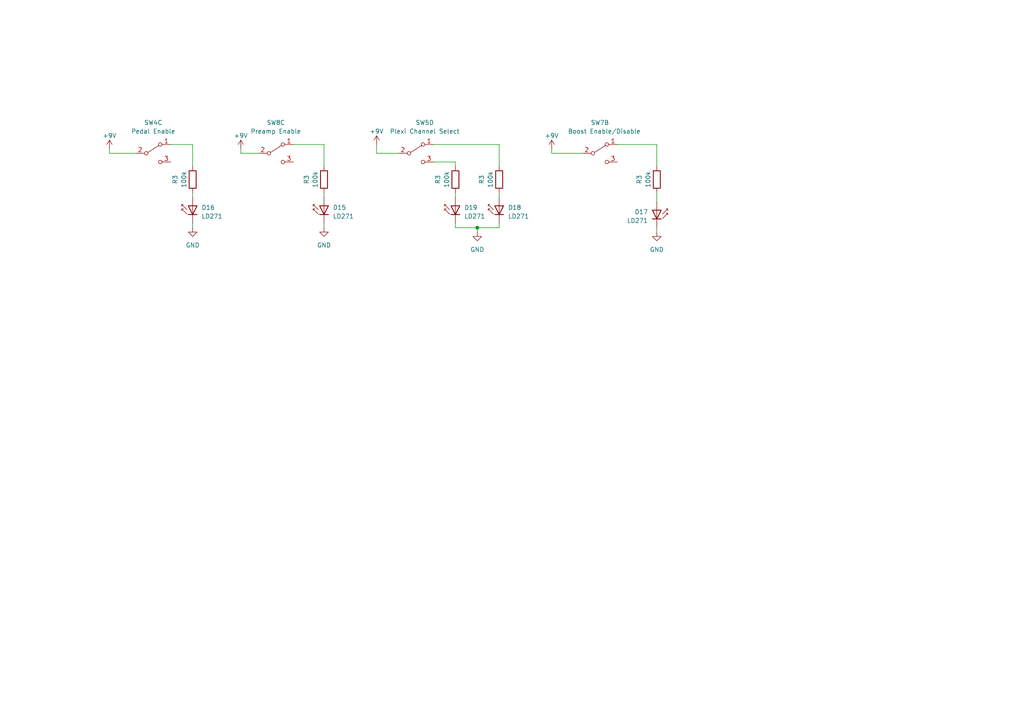
<source format=kicad_sch>
(kicad_sch (version 20230121) (generator eeschema)
  (paper "A4")
  (lib_symbols
    (symbol "CustomLib:SW_SPDT_x2" (pin_names hide)
      (property "Reference" "SW" (at 1.27 5.08 0))
      (property "Value" "SW_SPDT_x2" (at 1.27 -5.08 0))
      (symbol "SW_SPDT_x2_0_0"
        (circle (center -2.032 0) (radius 0.508))
        (circle (center 2.032 -2.54) (radius 0.508))
      )
      (symbol "SW_SPDT_x2_0_1"
        (polyline (pts (xy -1.524 0.254) (xy 1.651 2.286)))
        (circle (center 2.032 2.54) (radius 0.508))
      )
      (symbol "SW_SPDT_x2_1_1"
        (pin passive line (at 5.08 2.54 180) (length 2.54) (name "1") (number "1"))
        (pin passive line (at -5.08 0 0) (length 2.54) (name "2") (number "2"))
        (pin passive line (at 5.08 -2.54 180) (length 2.54) (name "3") (number "3"))
      )
      (symbol "SW_SPDT_x2_2_1"
        (pin passive line (at 5.08 2.54 180) (length 2.54) (name "1") (number "1"))
        (pin passive line (at -5.08 0 0) (length 2.54) (name "2") (number "2"))
        (pin passive line (at 5.08 -2.54 180) (length 2.54) (name "3") (number "3"))
      )
    )
    (symbol "CustomLib:SW_SPDT_x3" (pin_names hide)
      (property "Reference" "SW" (at 1.27 5.08 0))
      (property "Value" "SW_SPDT_x3" (at 1.27 -5.08 0))
      (symbol "SW_SPDT_x3_0_0"
        (circle (center -2.032 0) (radius 0.508))
        (circle (center 2.032 -2.54) (radius 0.508))
      )
      (symbol "SW_SPDT_x3_0_1"
        (polyline (pts (xy -1.524 0.254) (xy 1.651 2.286)))
        (circle (center 2.032 2.54) (radius 0.508))
      )
      (symbol "SW_SPDT_x3_1_1"
        (pin passive line (at 5.08 2.54 180) (length 2.54) (name "1") (number "1"))
        (pin passive line (at -5.08 0 0) (length 2.54) (name "2") (number "2"))
        (pin passive line (at 5.08 -2.54 180) (length 2.54) (name "3") (number "3"))
      )
      (symbol "SW_SPDT_x3_2_1"
        (pin passive line (at 5.08 2.54 180) (length 2.54) (name "1") (number "1"))
        (pin passive line (at -5.08 0 0) (length 2.54) (name "2") (number "2"))
        (pin passive line (at 5.08 -2.54 180) (length 2.54) (name "3") (number "3"))
      )
      (symbol "SW_SPDT_x3_3_1"
        (pin passive line (at 5.08 2.54 180) (length 2.54) (name "1") (number "1"))
        (pin passive line (at -5.08 0 0) (length 2.54) (name "2") (number "2"))
        (pin passive line (at 5.08 -2.54 180) (length 2.54) (name "3") (number "3"))
      )
    )
    (symbol "CustomLib:SW_SPDT_x4" (pin_names hide)
      (property "Reference" "SW" (at 1.27 5.08 0))
      (property "Value" "SW_SPDT_x4" (at 1.27 -5.08 0))
      (symbol "SW_SPDT_x4_0_0"
        (circle (center -2.032 0) (radius 0.508))
        (circle (center 2.032 -2.54) (radius 0.508))
      )
      (symbol "SW_SPDT_x4_0_1"
        (polyline (pts (xy -1.524 0.254) (xy 1.651 2.286)))
        (circle (center 2.032 2.54) (radius 0.508))
      )
      (symbol "SW_SPDT_x4_1_1"
        (pin passive line (at 5.08 2.54 180) (length 2.54) (name "1") (number "1"))
        (pin passive line (at -5.08 0 0) (length 2.54) (name "2") (number "2"))
        (pin passive line (at 5.08 -2.54 180) (length 2.54) (name "3") (number "3"))
      )
      (symbol "SW_SPDT_x4_2_1"
        (pin passive line (at 5.08 2.54 180) (length 2.54) (name "1") (number "1"))
        (pin passive line (at -5.08 0 0) (length 2.54) (name "2") (number "2"))
        (pin passive line (at 5.08 -2.54 180) (length 2.54) (name "3") (number "3"))
      )
      (symbol "SW_SPDT_x4_3_1"
        (pin passive line (at 5.08 2.54 180) (length 2.54) (name "1") (number "1"))
        (pin passive line (at -5.08 0 0) (length 2.54) (name "2") (number "2"))
        (pin passive line (at 5.08 -2.54 180) (length 2.54) (name "3") (number "3"))
      )
      (symbol "SW_SPDT_x4_4_1"
        (pin passive line (at 5.08 2.54 180) (length 2.54) (name "1") (number "1"))
        (pin passive line (at -5.08 0 0) (length 2.54) (name "2") (number "2"))
        (pin passive line (at 5.08 -2.54 180) (length 2.54) (name "3") (number "3"))
      )
    )
    (symbol "LED:LD271" (pin_numbers hide) (pin_names (offset 1.016) hide)
      (property "Reference" "D" (at 0.508 1.778 0))
      (property "Value" "LD271" (at -1.016 -2.794 0))
      (symbol "LD271_0_1"
        (polyline (pts (xy -2.54 1.27) (xy -2.54 -1.27)) (stroke (width 0.254)))
        (polyline (pts (xy 0 0) (xy -2.54 0)))
        (polyline (pts (xy 0.381 3.175) (xy -0.127 3.175)))
        (polyline (pts (xy -1.143 1.651) (xy 0.381 3.175) (xy 0.381 2.667)))
        (polyline (pts (xy 0 -1.27) (xy -2.54 0) (xy 0 1.27) (xy 0 -1.27)) (stroke (width 0.254)))
        (polyline (pts (xy -2.413 1.651) (xy -0.889 3.175) (xy -0.889 2.667) (xy -0.889 3.175) (xy -1.397 3.175)))
      )
      (symbol "LD271_1_1"
        (pin passive line (at -5.08 0 0) (length 2.54) (name "K") (number "1"))
        (pin passive line (at 2.54 0 180) (length 2.54) (name "A") (number "2"))
      )
    )
    (symbol "PCM_Resistor_AKL:R_0603" (pin_numbers hide) (pin_names (offset 0))
      (property "Reference" "R" (at 2.54 1.27 0))
      (property "Value" "R_0603" (at 2.54 -1.27 0))
      (symbol "R_0603_0_1"
        (rectangle (start -1.016 -2.54) (end 1.016 2.54) (stroke (width 0.254)))
      )
      (symbol "R_0603_1_1"
        (pin passive line (at 0 3.81 270) (length 1.27) (name "~") (number "1"))
        (pin passive line (at 0 -3.81 90) (length 1.27) (name "~") (number "2"))
      )
    )
    (symbol "power:+9V" (power) (pin_names (offset 0))
      (property "Value" "+9V" (at 0 3.556 0))
      (symbol "+9V_0_1"
        (polyline (pts (xy -0.762 1.27) (xy 0 2.54)))
        (polyline (pts (xy 0 0) (xy 0 2.54)))
        (polyline (pts (xy 0 2.54) (xy 0.762 1.27)))
      )
      (symbol "+9V_1_1"
        (pin power_in line (at 0 0 90) (length 0) hide (name "+9V") (number "1"))
      )
    )
    (symbol "power:GND" (power) (pin_names (offset 0))
      (property "Value" "GND" (at 0 -3.81 0))
      (symbol "GND_0_1"
        (polyline (pts (xy 0 0) (xy 0 -1.27) (xy 1.27 -1.27) (xy 0 -2.54) (xy -1.27 -1.27) (xy 0 -1.27)))
      )
      (symbol "GND_1_1"
        (pin power_in line (at 0 0 270) (length 0) hide (name "GND") (number "1"))
      )
    )
  )
  (junction (at 138.43 66.04))
  (wire (pts (xy 31.75 44.45) (xy 39.37 44.45)))
  (wire (pts (xy 144.78 57.15) (xy 144.78 55.88)))
  (wire (pts (xy 190.5 55.88) (xy 190.5 58.42)))
  (wire (pts (xy 132.08 66.04) (xy 132.08 64.77)))
  (wire (pts (xy 109.22 44.45) (xy 109.22 41.91)))
  (wire (pts (xy 69.85 44.45) (xy 69.85 43.18)))
  (wire (pts (xy 190.5 48.26) (xy 190.5 41.91)))
  (wire (pts (xy 132.08 57.15) (xy 132.08 55.88)))
  (wire (pts (xy 55.88 41.91) (xy 55.88 48.26)))
  (wire (pts (xy 109.22 44.45) (xy 115.57 44.45)))
  (wire (pts (xy 160.02 44.45) (xy 168.91 44.45)))
  (wire (pts (xy 132.08 46.99) (xy 132.08 48.26)))
  (wire (pts (xy 144.78 41.91) (xy 144.78 48.26)))
  (wire (pts (xy 31.75 44.45) (xy 31.75 43.18)))
  (wire (pts (xy 93.98 41.91) (xy 93.98 48.26)))
  (wire (pts (xy 138.43 67.31) (xy 138.43 66.04)))
  (wire (pts (xy 93.98 57.15) (xy 93.98 55.88)))
  (wire (pts (xy 132.08 66.04) (xy 138.43 66.04)))
  (wire (pts (xy 190.5 66.04) (xy 190.5 67.31)))
  (wire (pts (xy 138.43 66.04) (xy 144.78 66.04)))
  (wire (pts (xy 144.78 64.77) (xy 144.78 66.04)))
  (wire (pts (xy 132.08 46.99) (xy 125.73 46.99)))
  (wire (pts (xy 93.98 64.77) (xy 93.98 66.04)))
  (wire (pts (xy 93.98 41.91) (xy 85.09 41.91)))
  (wire (pts (xy 55.88 57.15) (xy 55.88 55.88)))
  (wire (pts (xy 55.88 64.77) (xy 55.88 66.04)))
  (wire (pts (xy 125.73 41.91) (xy 144.78 41.91)))
  (wire (pts (xy 160.02 44.45) (xy 160.02 43.18)))
  (wire (pts (xy 55.88 41.91) (xy 49.53 41.91)))
  (wire (pts (xy 190.5 41.91) (xy 179.07 41.91)))
  (wire (pts (xy 69.85 44.45) (xy 74.93 44.45)))
  (symbol (lib_id "power:+9V") (at 69.85 43.18 0) (unit 1)
    (property "Reference" "#PWR012" (effects hide))
    (property "Value" "+9V" (at 69.85 39.37 0))
  )
  (symbol (lib_id "power:GND") (at 55.88 66.04 0) (unit 1)
    (property "Reference" "#PWR01" (effects hide))
    (property "Value" "GND" (at 55.88 71.12 0))
    (instances (project "CustomPlexi" (path "" (reference "#PWR01") (unit 1)) (path "" (reference "#PWR03") (unit 1)) (path "" (reference "#PWR06") (unit 1)) (path "" (reference "#PWR011") (unit 1))))
  )
  (symbol (lib_id "PCM_Resistor_AKL:R_0603") (at 132.08 52.07 0) (unit 1)
    (property "Reference" "R3" (at 127 52.07 90))
    (property "Value" "100k" (at 129.54 52.07 90))
    (property "Footprint" "Resistor_SMD:R_0402_1005Metric_Pad0.72x0.64mm_HandSolder" (effects hide))
    (instances (project "CustomPlexi" (path "" (reference "R3") (unit 1)) (path "" (reference "R8") (unit 1)) (path "" (reference "R3") (unit 1)) (path "" (reference "R18") (unit 1))))
  )
  (symbol (lib_id "power:GND") (at 190.5 67.31 0) (unit 1)
    (property "Reference" "#PWR01" (effects hide))
    (property "Value" "GND" (at 190.5 72.39 0))
    (instances (project "CustomPlexi" (path "" (reference "#PWR01") (unit 1)) (path "" (reference "#PWR03") (unit 1)) (path "" (reference "#PWR06") (unit 1)) (path "" (reference "#PWR015") (unit 1)) (path "" (reference "#PWR015") (unit 1))))
  )
  (symbol (lib_id "power:GND") (at 138.43 67.31 0) (unit 1)
    (property "Reference" "#PWR01" (effects hide))
    (property "Value" "GND" (at 138.43 72.39 0))
    (instances (project "CustomPlexi" (path "" (reference "#PWR01") (unit 1)) (path "" (reference "#PWR03") (unit 1)) (path "" (reference "#PWR06") (unit 1)) (path "" (reference "#PWR017") (unit 1))))
  )
  (symbol (lib_id "LED:LD271") (at 190.5 60.96 270) (mirror x) (unit 1)
    (property "Reference" "D17" (at 187.96 61.468 90) (effects (justify right)))
    (property "Value" "LD271" (at 187.96 64.008 90) (effects (justify right)))
    (property "Footprint" "LED_THT:LED_D5.0mm_IRGrey" (effects hide))
    (property "Datasheet" "http://www.alliedelec.com/m/d/40788c34903a719969df15f1fbea1056.pdf" (effects hide))
  )
  (symbol (lib_id "PCM_Resistor_AKL:R_0603") (at 93.98 52.07 0) (unit 1)
    (property "Reference" "R3" (at 88.9 52.07 90))
    (property "Value" "100k" (at 91.44 52.07 90))
    (property "Footprint" "Resistor_SMD:R_0402_1005Metric_Pad0.72x0.64mm_HandSolder" (effects hide))
    (instances (project "CustomPlexi" (path "" (reference "R3") (unit 1)) (path "" (reference "R8") (unit 1)) (path "" (reference "R4") (unit 1)) (path "" (reference "R4") (unit 1))))
  )
  (symbol (lib_id "CustomLib:SW_SPDT_x4") (at 120.65 44.45 0) (unit 4)
    (property "Reference" "SW5" (at 123.19 35.56 0))
    (property "Value" "Plexi Channel Select" (at 123.19 38.1 0))
    (property "Footprint" "CustomLib:SW_SPST_x4_PinHeader2.54mm" (effects hide))
  )
  (symbol (lib_id "PCM_Resistor_AKL:R_0603") (at 144.78 52.07 0) (unit 1)
    (property "Reference" "R3" (at 139.7 52.07 90))
    (property "Value" "100k" (at 142.24 52.07 90))
    (property "Footprint" "Resistor_SMD:R_0402_1005Metric_Pad0.72x0.64mm_HandSolder" (effects hide))
    (instances (project "CustomPlexi" (path "" (reference "R3") (unit 1)) (path "" (reference "R8") (unit 1)) (path "" (reference "R3") (unit 1)) (path "" (reference "R17") (unit 1))))
  )
  (symbol (lib_id "LED:LD271") (at 55.88 59.69 90) (unit 1)
    (property "Reference" "D16" (at 58.42 60.198 90) (effects (justify right)))
    (property "Value" "LD271" (at 58.42 62.738 90) (effects (justify right)))
    (property "Footprint" "LED_THT:LED_D5.0mm_IRGrey" (effects hide))
    (property "Datasheet" "http://www.alliedelec.com/m/d/40788c34903a719969df15f1fbea1056.pdf" (effects hide))
  )
  (symbol (lib_id "LED:LD271") (at 93.98 59.69 90) (unit 1)
    (property "Reference" "D15" (at 96.52 60.198 90) (effects (justify right)))
    (property "Value" "LD271" (at 96.52 62.738 90) (effects (justify right)))
    (property "Footprint" "LED_THT:LED_D5.0mm_IRGrey" (effects hide))
    (property "Datasheet" "http://www.alliedelec.com/m/d/40788c34903a719969df15f1fbea1056.pdf" (effects hide))
  )
  (symbol (lib_id "PCM_Resistor_AKL:R_0603") (at 55.88 52.07 0) (unit 1)
    (property "Reference" "R3" (at 50.8 52.07 90))
    (property "Value" "100k" (at 53.34 52.07 90))
    (property "Footprint" "Resistor_SMD:R_0402_1005Metric_Pad0.72x0.64mm_HandSolder" (effects hide))
    (instances (project "CustomPlexi" (path "" (reference "R3") (unit 1)) (path "" (reference "R8") (unit 1)) (path "" (reference "R3") (unit 1)) (path "" (reference "R11") (unit 1))))
  )
  (symbol (lib_id "LED:LD271") (at 132.08 59.69 90) (unit 1)
    (property "Reference" "D19" (at 134.62 60.198 90) (effects (justify right)))
    (property "Value" "LD271" (at 134.62 62.738 90) (effects (justify right)))
    (property "Footprint" "LED_THT:LED_D5.0mm_IRGrey" (effects hide))
    (property "Datasheet" "http://www.alliedelec.com/m/d/40788c34903a719969df15f1fbea1056.pdf" (effects hide))
  )
  (symbol (lib_id "CustomLib:SW_SPDT_x3") (at 44.45 44.45 0) (unit 3)
    (property "Reference" "SW4" (at 44.45 35.56 0))
    (property "Value" "Pedal Enable" (at 44.45 38.1 0))
    (property "Footprint" "CustomLib:SW_SPST_x3_PinHeader2.54mm" (effects hide))
  )
  (symbol (lib_id "CustomLib:SW_SPDT_x2") (at 173.99 44.45 0) (unit 2)
    (property "Reference" "SW7" (at 173.99 35.56 0))
    (property "Value" "Boost Enable/Disable" (at 175.26 38.1 0))
    (property "Footprint" "CustomLib:SW_SPST_x2_PinHeader2.54mm" (effects hide))
  )
  (symbol (lib_id "power:GND") (at 93.98 66.04 0) (unit 1)
    (property "Reference" "#PWR01" (effects hide))
    (property "Value" "GND" (at 93.98 71.12 0))
    (instances (project "CustomPlexi" (path "" (reference "#PWR01") (unit 1)) (path "" (reference "#PWR03") (unit 1)) (path "" (reference "#PWR014") (unit 1)) (path "" (reference "#PWR014") (unit 1))))
  )
  (symbol (lib_id "CustomLib:SW_SPDT_x3") (at 80.01 44.45 0) (unit 3)
    (property "Reference" "SW8" (at 80.01 35.56 0))
    (property "Value" "Preamp Enable" (at 80.01 38.1 0))
    (property "Footprint" "CustomLib:SW_SPST_x3_PinHeader2.54mm" (effects hide))
    (instances (project "CustomPlexi" (path "" (reference "SW8") (unit 3)) (path "" (reference "SW6") (unit 3))))
  )
  (symbol (lib_id "power:+9V") (at 109.22 41.91 0) (unit 1)
    (property "Reference" "#PWR016" (effects hide))
    (property "Value" "+9V" (at 109.22 38.1 0))
  )
  (symbol (lib_id "LED:LD271") (at 144.78 59.69 90) (unit 1)
    (property "Reference" "D18" (at 147.32 60.198 90) (effects (justify right)))
    (property "Value" "LD271" (at 147.32 62.738 90) (effects (justify right)))
    (property "Footprint" "LED_THT:LED_D5.0mm_IRGrey" (effects hide))
    (property "Datasheet" "http://www.alliedelec.com/m/d/40788c34903a719969df15f1fbea1056.pdf" (effects hide))
  )
  (symbol (lib_id "power:+9V") (at 160.02 43.18 0) (unit 1)
    (property "Reference" "#PWR013" (effects hide))
    (property "Value" "+9V" (at 160.02 39.37 0))
  )
  (symbol (lib_id "power:+9V") (at 31.75 43.18 0) (unit 1)
    (property "Reference" "#PWR010" (effects hide))
    (property "Value" "+9V" (at 31.75 39.37 0))
  )
  (symbol (lib_id "PCM_Resistor_AKL:R_0603") (at 190.5 52.07 0) (unit 1)
    (property "Reference" "R3" (at 185.42 52.07 90))
    (property "Value" "100k" (at 187.96 52.07 90))
    (property "Footprint" "Resistor_SMD:R_0402_1005Metric_Pad0.72x0.64mm_HandSolder" (effects hide))
    (instances (project "CustomPlexi" (path "" (reference "R3") (unit 1)) (path "" (reference "R8") (unit 1)) (path "" (reference "R3") (unit 1)) (path "" (reference "R16") (unit 1)) (path "" (reference "R16") (unit 1))))
  )
)
</source>
